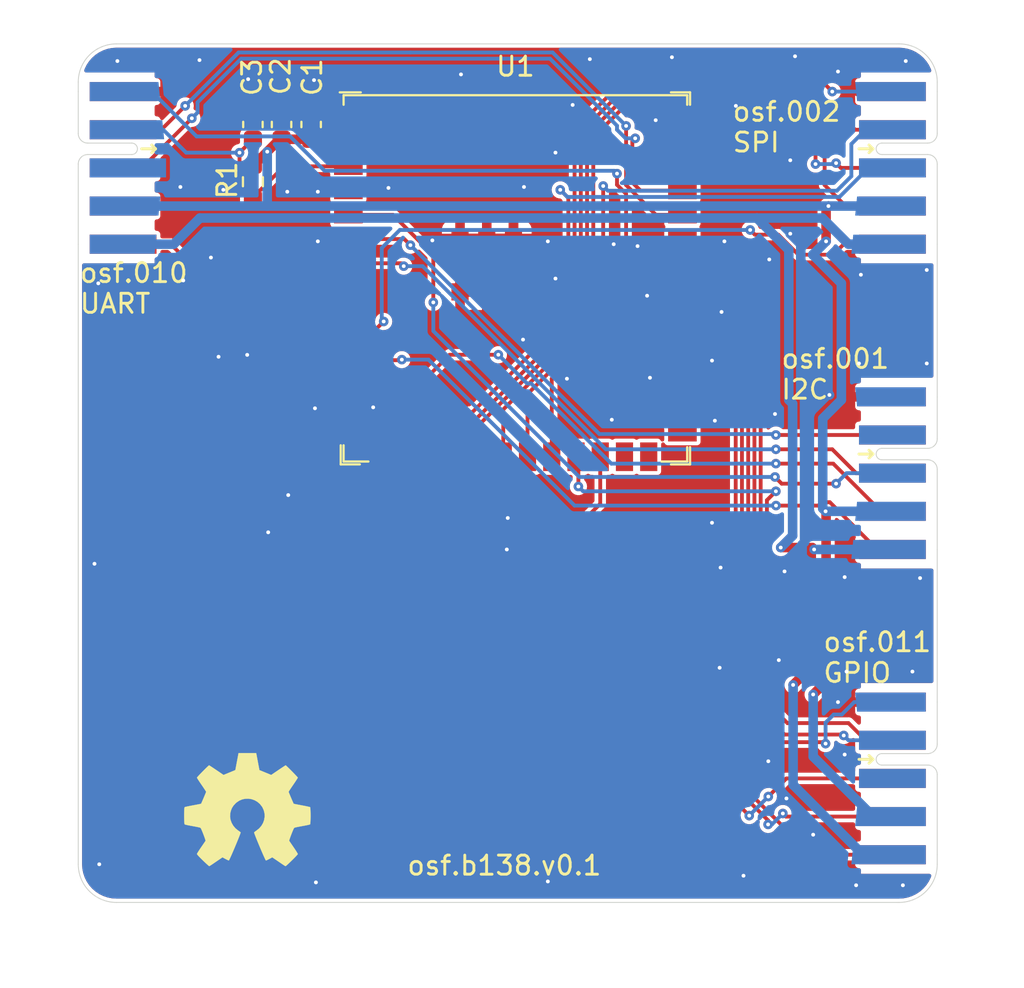
<source format=kicad_pcb>
(kicad_pcb (version 20221018) (generator pcbnew)
  (layers (0 "F.Cu" signal) (31 "B.Cu" signal) (34 "B.Paste" user) (35 "F.Paste" user) (36 "B.SilkS" user "B.Silkscreen") (37 "F.SilkS" user "F.Silkscreen") (38 "B.Mask" user) (39 "F.Mask" user) (44 "Edge.Cuts" user))
  (net 0 "")
  (net 1 "GND")
  (net 2 "/esp/SPI2_MOSI")
  (net 3 "/esp/SPI2_MISO")
  (net 4 "/esp/SPI2_SCLK")
  (net 5 "/esp/SPI2_CS")
  (net 6 "/esp/SPI2_reset")
  (net 20 "/esp/EN")
  (net 21 "/esp/U0RXD")
  (net 22 "/esp/U0TXD")
  (net 23 "/esp/I2C_SDA")
  (net 24 "/esp/I2C_SCL")
  (net 25 "/esp/I2C_CS")
  (net 26 "+3.3V")
  (net 27 "+5V")
  (net 28 "/esp/BOOT")
  (net 29 "/esp/SPI2_status")
  (net 30 "/esp/I2C_reset")
  (net 31 "/esp/IO0")
  (net 32 "/esp/IO1")
  (net 33 "/esp/IO2")
  (net 34 "/esp/IO3")
  (net 35 "/esp/IO4")
  (net 36 "/esp/IO5")
  (net 37 "/esp/SPI2_INT")
  (net 38 "/esp/I2C_INT")
  (net 39 "/esp/U0_INT")
  (net 40 "/esp/USB_D-")
  (net 41 "/esp/USB_D+")
  (footprint "on_edge:on_edge_2x05_device" (layer "F.Cu") (at 140 96.5 -90)
    (fp_text reference "J1")
    (fp_text value "010_UART")
    (fp_line (start -4 0) (end -1.8 0) (stroke (width 0.05)) (layer "Edge.Cuts"))
    (fp_line (start -1.3 -2.8) (end -1.3 -0.5) (stroke (width 0.05)) (layer "Edge.Cuts"))
    (fp_line (start -0.7 -0.5) (end -0.7 -2.8) (stroke (width 0.05)) (layer "Edge.Cuts"))
    (fp_line (start -0.2 0) (end 4 0) (stroke (width 0.05)) (layer "Edge.Cuts"))
    (fp_arc (start -1.3 -2.8) (mid -1 -3.1) (end -0.7 -2.8) (stroke (width 0.05)) (layer "Edge.Cuts"))
    (fp_arc (start -1.3 -0.5) (mid -1.446447 -0.146447) (end -1.8 0) (stroke (width 0.05)) (layer "Edge.Cuts"))
    (fp_arc (start -0.2 0) (mid -0.553553 -0.146447) (end -0.7 -0.5) (stroke (width 0.05)) (layer "Edge.Cuts"))
  )
  (footprint "Capacitor_SMD:C_0603_1608Metric" (layer "F.Cu") (at 150.65 94.225 90)
    (fp_text reference "C2")
    (fp_text value "10uF")
  )
  (footprint "Symbol:OSHW-Symbol_6.7x6mm_SilkScreen" (layer "F.Cu") (at 148.85 130.15)
    (fp_text reference "LOGO1" hide)
    (fp_text value "Logo_Open_Hardware_Small" hide)
  )
  (footprint "Capacitor_SMD:C_0603_1608Metric" (layer "F.Cu") (at 152.2 94.225 90)
    (fp_text reference "C1")
    (fp_text value "1uF")
  )
  (footprint "b138:ESP32-S3-WROOM-1U" (layer "F.Cu") (at 162.9 102.14)
    (fp_text reference "U1")
    (fp_text value "ESP32-S3-WROOM-1")
  )
  (footprint "on_edge:on_edge_2x05_host" (layer "F.Cu") (at 185 112.5 -90)
    (fp_text reference "J4")
    (fp_text value "001_I2C")
    (fp_line (start -4 0) (end -1.8 0) (stroke (width 0.05)) (layer "Edge.Cuts"))
    (fp_line (start -1.3 0.5) (end -1.3 2.9) (stroke (width 0.05)) (layer "Edge.Cuts"))
    (fp_line (start -0.7 2.9) (end -0.7 0.5) (stroke (width 0.05)) (layer "Edge.Cuts"))
    (fp_line (start -0.2 0) (end 4 0) (stroke (width 0.05)) (layer "Edge.Cuts"))
    (fp_arc (start -1.8 0) (mid -1.446447 0.146447) (end -1.3 0.5) (stroke (width 0.05)) (layer "Edge.Cuts"))
    (fp_arc (start -0.7 0.5) (mid -0.553553 0.146447) (end -0.2 0) (stroke (width 0.05)) (layer "Edge.Cuts"))
    (fp_arc (start -0.7 2.9) (mid -1 3.2) (end -1.3 2.9) (stroke (width 0.05)) (layer "Edge.Cuts"))
  )
  (footprint "Resistor_SMD:R_0603_1608Metric" (layer "F.Cu") (at 149.15 97.225 -90)
    (fp_text reference "R1")
    (fp_text value "10k")
  )
  (footprint "Capacitor_SMD:C_0603_1608Metric" (layer "F.Cu") (at 149.15 94.225 90)
    (fp_text reference "C3")
    (fp_text value "1uF")
  )
  (footprint "on_edge:on_edge_2x05_host" (layer "F.Cu") (at 185 96.5 -90)
    (fp_text reference "J2")
    (fp_text value "002_SPI")
    (fp_line (start -4 0) (end -1.8 0) (stroke (width 0.05)) (layer "Edge.Cuts"))
    (fp_line (start -1.3 0.5) (end -1.3 2.9) (stroke (width 0.05)) (layer "Edge.Cuts"))
    (fp_line (start -0.7 2.9) (end -0.7 0.5) (stroke (width 0.05)) (layer "Edge.Cuts"))
    (fp_line (start -0.2 0) (end 4 0) (stroke (width 0.05)) (layer "Edge.Cuts"))
    (fp_arc (start -1.8 0) (mid -1.446447 0.146447) (end -1.3 0.5) (stroke (width 0.05)) (layer "Edge.Cuts"))
    (fp_arc (start -0.7 0.5) (mid -0.553553 0.146447) (end -0.2 0) (stroke (width 0.05)) (layer "Edge.Cuts"))
    (fp_arc (start -0.7 2.9) (mid -1 3.2) (end -1.3 2.9) (stroke (width 0.05)) (layer "Edge.Cuts"))
  )
  (footprint "on_edge:on_edge_2x05_host" (layer "F.Cu") (at 185 128.5 -90)
    (fp_text reference "J3")
    (fp_text value "011_GPIO")
    (fp_line (start -4 0) (end -1.8 0) (stroke (width 0.05)) (layer "Edge.Cuts"))
    (fp_line (start -1.3 0.5) (end -1.3 2.9) (stroke (width 0.05)) (layer "Edge.Cuts"))
    (fp_line (start -0.7 2.9) (end -0.7 0.5) (stroke (width 0.05)) (layer "Edge.Cuts"))
    (fp_line (start -0.2 0) (end 4 0) (stroke (width 0.05)) (layer "Edge.Cuts"))
    (fp_arc (start -1.8 0) (mid -1.446447 0.146447) (end -1.3 0.5) (stroke (width 0.05)) (layer "Edge.Cuts"))
    (fp_arc (start -0.7 0.5) (mid -0.553553 0.146447) (end -0.2 0) (stroke (width 0.05)) (layer "Edge.Cuts"))
    (fp_arc (start -0.7 2.9) (mid -1 3.2) (end -1.3 2.9) (stroke (width 0.05)) (layer "Edge.Cuts"))
  )
  (gr_line (start 140 92.5) (end 140 92) (stroke (width 0.05)) (layer "Edge.Cuts"))
  (gr_line (start 185 124.5) (end 185 116.5) (stroke (width 0.05)) (layer "Edge.Cuts"))
  (gr_line (start 142 90) (end 183 90) (stroke (width 0.05)) (layer "Edge.Cuts"))
  (gr_arc (start 185 133) (mid 184.414214 134.414214) (end 183 135) (stroke (width 0.05)) (layer "Edge.Cuts"))
  (gr_line (start 185 133) (end 185 132.5) (stroke (width 0.05)) (layer "Edge.Cuts"))
  (gr_line (start 183 135) (end 142 135) (stroke (width 0.05)) (layer "Edge.Cuts"))
  (gr_arc (start 183 90) (mid 184.414214 90.585786) (end 185 92) (stroke (width 0.05)) (layer "Edge.Cuts"))
  (gr_line (start 140 133) (end 140 100.5) (stroke (width 0.05)) (layer "Edge.Cuts"))
  (gr_arc (start 142 135) (mid 140.585786 134.414214) (end 140 133) (stroke (width 0.05)) (layer "Edge.Cuts"))
  (gr_line (start 185 92.5) (end 185 92) (stroke (width 0.05)) (layer "Edge.Cuts"))
  (gr_arc (start 140 92) (mid 140.585786 90.585786) (end 142 90) (stroke (width 0.05)) (layer "Edge.Cuts"))
  (gr_line (start 185 108.5) (end 185 100.5) (stroke (width 0.05)) (layer "Edge.Cuts"))
  (gr_text "osf.011\nGPIO" (at 178.95 123.55) (layer "F.SilkS") (effects (font (size 1 1)) (justify left bottom)))
  (gr_text "osf.010\nUART" (at 140 104.2) (layer "F.SilkS") (effects (font (size 1 1)) (justify left bottom)))
  (gr_text "osf.002\nSPI" (at 174.2 95.75) (layer "F.SilkS") (effects (font (size 1 1)) (justify left bottom)))
  (gr_text "osf.b138.v0.1" (at 157.15 133.65) (layer "F.SilkS") (effects (font (size 1 1)) (justify left bottom)))
  (gr_text "osf.001\nI2C" (at 176.75 108.7) (layer "F.SilkS") (effects (font (size 1 1)) (justify left bottom)))
  (segment (start 163.35 97.5) (end 163.2 97.5) (width 0.5) (layer "F.Cu") (net 1))
  (segment (start 182.65 108.5) (end 179.45 108.5) (width 0.5) (layer "F.Cu") (net 1))
  (segment (start 146.15 92.5) (end 147.1 93.45) (width 0.5) (layer "F.Cu") (net 1))
  (segment (start 150.65 93.45) (end 149.15 93.45) (width 0.5) (layer "F.Cu") (net 1))
  (segment (start 165 95.7) (end 163.35 97.35) (width 0.5) (layer "F.Cu") (net 1))
  (segment (start 175.85 96.1) (end 173.63 93.88) (width 0.5) (layer "F.Cu") (net 1))
  (segment (start 154.15 93.88) (end 152.63 93.88) (width 0.5) (layer "F.Cu") (net 1))
  (segment (start 162.8 100.2) (end 160 100.2) (width 0.5) (layer "F.Cu") (net 1))
  (segment (start 162.8 97.9) (end 162.8 100.2) (width 0.5) (layer "F.Cu") (net 1))
  (segment (start 179.45 108.5) (end 179.35 108.4) (width 0.5) (layer "F.Cu") (net 1))
  (segment (start 154.15 93.88) (end 163.18 93.88) (width 0.5) (layer "F.Cu") (net 1))
  (segment (start 161.4 100.2) (end 161.4 103) (width 0.5) (layer "F.Cu") (net 1))
  (segment (start 177.3 99.95) (end 177.3 96.1) (width 0.5) (layer "F.Cu") (net 1))
  (segment (start 147.1 93.45) (end 149.15 93.45) (width 0.5) (layer "F.Cu") (net 1))
  (segment (start 160 100.2) (end 160 103) (width 0.5) (layer "F.Cu") (net 1))
  (segment (start 171.53 94) (end 171.65 93.88) (width 0.5) (layer "F.Cu") (net 1))
  (segment (start 163.2 97.5) (end 162.8 97.9) (width 0.5) (layer "F.Cu") (net 1))
  (segment (start 177.3 96.1) (end 175.85 96.1) (width 0.5) (layer "F.Cu") (net 1))
  (segment (start 162.8 100.2) (end 162.8 103) (width 0.5) (layer "F.Cu") (net 1))
  (segment (start 163.35 97.35) (end 163.35 97.5) (width 0.5) (layer "F.Cu") (net 1))
  (segment (start 142.35 92.5) (end 146.15 92.5) (width 0.5) (layer "F.Cu") (net 1))
  (segment (start 182.65 124.5) (end 179.8 124.5) (width 0.5) (layer "F.Cu") (net 1))
  (segment (start 170.25 94) (end 171.53 94) (width 0.5) (layer "F.Cu") (net 1))
  (segment (start 173.63 93.88) (end 171.65 93.88) (width 0.5) (layer "F.Cu") (net 1))
  (segment (start 160 101.6) (end 162.8 101.6) (width 0.5) (layer "F.Cu") (net 1))
  (segment (start 163.18 93.88) (end 165 95.7) (width 0.5) (layer "F.Cu") (net 1))
  (segment (start 160 103) (end 162.8 103) (width 0.5) (layer "F.Cu") (net 1))
  (segment (start 182.65 92.5) (end 180.85 92.5) (width 0.5) (layer "F.Cu") (net 1))
  (segment (start 152.2 93.45) (end 150.65 93.45) (width 0.5) (layer "F.Cu") (net 1))
  (segment (start 180.85 92.5) (end 179.8 91.45) (width 0.5) (layer "F.Cu") (net 1))
  (segment (start 152.63 93.88) (end 152.2 93.45) (width 0.5) (layer "F.Cu") (net 1))
  (via (at 177 117.65) (size 0.5) (drill 0.2) (layers "F.Cu" "B.Cu") (net 1))
  (via (at 184.1 118) (size 0.5) (drill 0.2) (layers "F.Cu" "B.Cu") (net 1))
  (via (at 169.95 107.5) (size 0.5) (drill 0.2) (layers "F.Cu" "B.Cu") (net 1))
  (via (at 180.75 134.1) (size 0.5) (drill 0.2) (layers "F.Cu" "B.Cu") (net 1))
  (via (at 152.35 91.9) (size 0.5) (drill 0.2) (layers "F.Cu" "B.Cu") (net 1))
  (via (at 173.7 104.05) (size 0.5) (drill 0.2) (layers "F.Cu" "B.Cu") (net 1))
  (via (at 180.15 127.25) (size 0.5) (drill 0.2) (layers "F.Cu" "B.Cu") (net 1))
  (via (at 177.55 90.65) (size 0.5) (drill 0.2) (layers "F.Cu" "B.Cu") (net 1))
  (via (at 152.55 97.75) (size 0.5) (drill 0.2) (layers "F.Cu" "B.Cu") (net 1))
  (via (at 147.35 106.4) (size 0.5) (drill 0.2) (layers "F.Cu" "B.Cu") (net 1))
  (via (at 162.5 114.85) (size 0.5) (drill 0.2) (layers "F.Cu" "B.Cu") (net 1))
  (via (at 173.85 100.35) (size 0.5) (drill 0.2) (layers "F.Cu" "B.Cu") (net 1))
  (via (at 166.8 90.8) (size 0.5) (drill 0.2) (layers "F.Cu" "B.Cu") (net 1))
  (via (at 164.6 133.9) (size 0.5) (drill 0.2) (layers "F.Cu" "B.Cu") (net 1))
  (via (at 170.25 94) (size 0.5) (drill 0.2) (layers "F.Cu" "B.Cu") (net 1))
  (via (at 177.3 96.1) (size 0.5) (drill 0.2) (layers "F.Cu" "B.Cu") (net 1))
  (via (at 158.55 100.3) (size 0.5) (drill 0.2) (layers "F.Cu" "B.Cu") (net 1))
  (via (at 177.1 129.55) (size 0.5) (drill 0.2) (layers "F.Cu" "B.Cu") (net 1))
  (via (at 183.7 122.9) (size 0.5) (drill 0.2) (layers "F.Cu" "B.Cu") (net 1))
  (via (at 141.05 102.55) (size 0.5) (drill 0.2) (layers "F.Cu" "B.Cu") (net 1))
  (via (at 174.45 93.25) (size 0.5) (drill 0.2) (layers "F.Cu" "B.Cu") (net 1))
  (via (at 165 102.3) (size 0.5) (drill 0.2) (layers "F.Cu" "B.Cu") (net 1))
  (via (at 146.35 90.85) (size 0.5) (drill 0.2) (layers "F.Cu" "B.Cu") (net 1))
  (via (at 167.95 109.7) (size 0.5) (drill 0.2) (layers "F.Cu" "B.Cu") (net 1))
  (via (at 152.4 109.1) (size 0.5) (drill 0.2) (layers "F.Cu" "B.Cu") (net 1))
  (via (at 176.7 122.3) (size 0.5) (drill 0.2) (layers "F.Cu" "B.Cu") (net 1))
  (via (at 140.85 117.25) (size 0.5) (drill 0.2) (layers "F.Cu" "B.Cu") (net 1))
  (via (at 160.05 91.6) (size 0.5) (drill 0.2) (layers "F.Cu" "B.Cu") (net 1))
  (via (at 146.95 101.2) (size 0.5) (drill 0.2) (layers "F.Cu" "B.Cu") (net 1))
  (via (at 152.45 133.95) (size 0.5) (drill 0.2) (layers "F.Cu" "B.Cu") (net 1))
  (via (at 150.95 97.75) (size 0.5) (drill 0.2) (layers "F.Cu" "B.Cu") (net 1))
  (via (at 145.35 97.5) (size 0.5) (drill 0.2) (layers "F.Cu" "B.Cu") (net 1))
  (via (at 183.2 134.1) (size 0.5) (drill 0.2) (layers "F.Cu" "B.Cu") (net 1))
  (via (at 155.45 109.05) (size 0.5) (drill 0.2) (layers "F.Cu" "B.Cu") (net 1))
  (via (at 179.8 91.45) (size 0.5) (drill 0.2) (layers "F.Cu" "B.Cu") (net 1))
  (via (at 176.15 127.6) (size 0.5) (drill 0.2) (layers "F.Cu" "B.Cu") (net 1))
  (via (at 174.85 133.6) (size 0.5) (drill 0.2) (layers "F.Cu" "B.Cu") (net 1))
  (via (at 169.3 100.6) (size 0.5) (drill 0.2) (layers "F.Cu" "B.Cu") (net 1))
  (via (at 180.25 122.9) (size 0.5) (drill 0.2) (layers "F.Cu" "B.Cu") (net 1))
  (via (at 163.35 97.5) (size 0.5) (drill 0.2) (layers "F.Cu" "B.Cu") (net 1))
  (via (at 181 102.1) (size 0.5) (drill 0.2) (layers "F.Cu" "B.Cu") (net 1))
  (via (at 149.95 115.6) (size 0.5) (drill 0.2) (layers "F.Cu" "B.Cu") (net 1))
  (via (at 184.45 106.75) (size 0.5) (drill 0.2) (layers "F.Cu" "B.Cu") (net 1))
  (via (at 151 113.65) (size 0.5) (drill 0.2) (layers "F.Cu" "B.Cu") (net 1))
  (via (at 183.35 90.9) (size 0.5) (drill 0.2) (layers "F.Cu" "B.Cu") (net 1))
  (via (at 142.05 90.9) (size 0.5) (drill 0.2) (layers "F.Cu" "B.Cu") (net 1))
  (via (at 179.35 108.4) (size 0.5) (drill 0.2) (layers "F.Cu" "B.Cu") (net 1))
  (via (at 173.2 115.1) (size 0.5) (drill 0.2) (layers "F.Cu" "B.Cu") (net 1))
  (via (at 176.5 109.4) (size 0.5) (drill 0.2) (layers "F.Cu" "B.Cu") (net 1))
  (via (at 171.1 90.7) (size 0.5) (drill 0.2) (layers "F.Cu" "B.Cu") (net 1))
  (via (at 162.45 116.5) (size 0.5) (drill 0.2) (layers "F.Cu" "B.Cu") (net 1))
  (via (at 173.2 106.6) (size 0.5) (drill 0.2) (layers "F.Cu" "B.Cu") (net 1))
  (via (at 169.8 103.2) (size 0.5) (drill 0.2) (layers "F.Cu" "B.Cu") (net 1))
  (via (at 152.55 100.35) (size 0.5) (drill 0.2) (layers "F.Cu" "B.Cu") (net 1))
  (via (at 184.45 101.85) (size 0.5) (drill 0.2) (layers "F.Cu" "B.Cu") (net 1))
  (via (at 168.05 100.5) (size 0.5) (drill 0.2) (layers "F.Cu" "B.Cu") (net 1))
  (via (at 165 95.7) (size 0.5) (drill 0.2) (layers "F.Cu" "B.Cu") (net 1))
  (via (at 179.8 124.5) (size 0.5) (drill 0.2) (layers "F.Cu" "B.Cu") (net 1))
  (via (at 163.3 105.5) (size 0.5) (drill 0.2) (layers "F.Cu" "B.Cu") (net 1))
  (via (at 173.65 117.45) (size 0.5) (drill 0.2) (layers "F.Cu" "B.Cu") (net 1))
  (via (at 180.9 106.75) (size 0.5) (drill 0.2) (layers "F.Cu" "B.Cu") (net 1))
  (via (at 147.6 97.65) (size 0.5) (drill 0.2) (layers "F.Cu" "B.Cu") (net 1))
  (via (at 178.5 131.45) (size 0.5) (drill 0.2) (layers "F.Cu" "B.Cu") (net 1))
  (via (at 165.9 93.2) (size 0.5) (drill 0.2) (layers "F.Cu" "B.Cu") (net 1))
  (via (at 177.3 99.95) (size 0.5) (drill 0.2) (layers "F.Cu" "B.Cu") (net 1))
  (via (at 164.6 100.35) (size 0.5) (drill 0.2) (layers "F.Cu" "B.Cu") (net 1))
  (via (at 173.6 122.7) (size 0.5) (drill 0.2) (layers "F.Cu" "B.Cu") (net 1))
  (via (at 176.2 101.3) (size 0.5) (drill 0.2) (layers "F.Cu" "B.Cu") (net 1))
  (via (at 145.5 102.4) (size 0.5) (drill 0.2) (layers "F.Cu" "B.Cu") (net 1))
  (via (at 173.35 109.75) (size 0.5) (drill 0.2) (layers "F.Cu" "B.Cu") (net 1))
  (via (at 148.9 91.85) (size 0.5) (drill 0.2) (layers "F.Cu" "B.Cu") (net 1))
  (via (at 156.25 97.55) (size 0.5) (drill 0.2) (layers "F.Cu" "B.Cu") (net 1))
  (via (at 165.6 107.55) (size 0.5) (drill 0.2) (layers "F.Cu" "B.Cu") (net 1))
  (via (at 180.15 117.95) (size 0.5) (drill 0.2) (layers "F.Cu" "B.Cu") (net 1))
  (via (at 148.85 106.3) (size 0.5) (drill 0.2) (layers "F.Cu" "B.Cu") (net 1))
  (via (at 141.1 133) (size 0.5) (drill 0.2) (layers "F.Cu" "B.Cu") (net 1))
  (segment (start 169.5 95.7) (end 170.15 95.05) (width 0.5) (layer "B.Cu") (net 1))
  (segment (start 178.05 108.4) (end 178.05 116.113288) (width 0.5) (layer "B.Cu") (net 1))
  (segment (start 177.3 96.1) (end 177.3 91.5) (width 0.5) (layer "B.Cu") (net 1))
  (segment (start 177.923 116.240288) (end 177.923 122.623) (width 0.5) (layer "B.Cu") (net 1))
  (segment (start 177.923 122.623) (end 179.8 124.5) (width 0.5) (layer "B.Cu") (net 1))
  (segment (start 170.15 95.05) (end 170.25 94.95) (width 0.5) (layer "B.Cu") (net 1))
  (segment (start 178.05 116.113288) (end 177.923 116.240288) (width 0.5) (layer "B.Cu") (net 1))
  (segment (start 179.35 108.4) (end 178.05 108.4) (width 0.5) (layer "B.Cu") (net 1))
  (segment (start 177.25 91.45) (end 172.8 91.45) (width 0.5) (layer "B.Cu") (net 1))
  (segment (start 170.25 94.95) (end 170.25 94) (width 0.5) (layer "B.Cu") (net 1))
  (segment (start 179.35 108.4) (end 177.85 108.4) (width 0.5) (layer "B.Cu") (net 1))
  (segment (start 172.8 91.45) (end 170.25 94) (width 0.5) (layer "B.Cu") (net 1))
  (segment (start 165 95.7) (end 169.5 95.7) (width 0.5) (layer "B.Cu") (net 1))
  (segment (start 177.85 100.5) (end 177.3 99.95) (width 0.5) (layer "B.Cu") (net 1))
  (segment (start 177.85 108.4) (end 177.85 100.5) (width 0.5) (layer "B.Cu") (net 1))
  (segment (start 179.8 91.45) (end 177.25 91.45) (width 0.5) (layer "B.Cu") (net 1))
  (segment (start 177.3 91.5) (end 177.25 91.45) (width 0.5) (layer "B.Cu") (net 1))
  (segment (start 166.327 94.635448) (end 169.135448 91.827) (width 0.2) (layer "F.Cu") (net 2))
  (segment (start 169.135448 91.827) (end 178.027 91.827) (width 0.2) (layer "F.Cu") (net 2))
  (segment (start 160.995 109.967448) (end 166.327 104.635448) (width 0.2) (layer "F.Cu") (net 2))
  (segment (start 166.327 104.635448) (end 166.327 94.635448) (width 0.2) (layer "F.Cu") (net 2))
  (segment (start 160.995 111.64) (end 160.995 109.967448) (width 0.2) (layer "F.Cu") (net 2))
  (segment (start 180.7 94.5) (end 182.65 94.5) (width 0.2) (layer "F.Cu") (net 2))
  (segment (start 178.027 91.827) (end 180.7 94.5) (width 0.2) (layer "F.Cu") (net 2))
  (segment (start 163.535 111.64) (end 163.535 108.352344) (width 0.2) (layer "F.Cu") (net 3))
  (segment (start 171.4 92.481) (end 177.756104 92.481) (width 0.2) (layer "F.Cu") (net 3))
  (segment (start 166.981 94.906344) (end 168.468672 93.418672) (width 0.2) (layer "F.Cu") (net 3))
  (segment (start 178.6235 93.348396) (end 178.6235 96.3) (width 0.2) (layer "F.Cu") (net 3))
  (segment (start 179.7 96.25) (end 179.95 96.5) (width 0.2) (layer "F.Cu") (net 3))
  (segment (start 168.468672 93.418672) (end 169.406344 92.481) (width 0.2) (layer "F.Cu") (net 3))
  (segment (start 177.756104 92.481) (end 178.387552 93.112448) (width 0.2) (layer "F.Cu") (net 3))
  (segment (start 179.95 96.5) (end 182.65 96.5) (width 0.2) (layer "F.Cu") (net 3))
  (segment (start 163.535 108.352344) (end 163.968672 107.918672) (width 0.2) (layer "F.Cu") (net 3))
  (segment (start 178.387552 93.112448) (end 178.6235 93.348396) (width 0.2) (layer "F.Cu") (net 3))
  (segment (start 163.968672 107.918672) (end 166.981 104.906344) (width 0.2) (layer "F.Cu") (net 3))
  (segment (start 166.981 104.906344) (end 166.981 103.1) (width 0.2) (layer "F.Cu") (net 3))
  (segment (start 166.981 103.1) (end 166.981 94.906344) (width 0.2) (layer "F.Cu") (net 3))
  (segment (start 169.406344 92.481) (end 171.4 92.481) (width 0.2) (layer "F.Cu") (net 3))
  (via (at 179.7 96.25) (size 0.5) (drill 0.2) (layers "F.Cu" "B.Cu") (net 3))
  (via (at 178.6235 96.3) (size 0.5) (drill 0.2) (layers "F.Cu" "B.Cu") (net 3))
  (segment (start 178.6235 96.3) (end 179.65 96.3) (width 0.2) (layer "B.Cu") (net 3))
  (segment (start 179.65 96.3) (end 179.7 96.25) (width 0.2) (layer "B.Cu") (net 3))
  (segment (start 179.1 93.362448) (end 179.1 97.4) (width 0.2) (layer "F.Cu") (net 4))
  (segment (start 177.891552 92.154) (end 179.1 93.362448) (width 0.2) (layer "F.Cu") (net 4))
  (segment (start 180.2 98.5) (end 182.65 98.5) (width 0.2) (layer "F.Cu") (net 4))
  (segment (start 162.265 109.159896) (end 166.654 104.770896) (width 0.2) (layer "F.Cu") (net 4))
  (segment (start 179.1 97.4) (end 180.2 98.5) (width 0.2) (layer "F.Cu") (net 4))
  (segment (start 166.654 94.770896) (end 169.270896 92.154) (width 0.2) (layer "F.Cu") (net 4))
  (segment (start 169.270896 92.154) (end 177.891552 92.154) (width 0.2) (layer "F.Cu") (net 4))
  (segment (start 166.654 104.770896) (end 166.654 94.770896) (width 0.2) (layer "F.Cu") (net 4))
  (segment (start 162.265 111.64) (end 162.265 109.159896) (width 0.2) (layer "F.Cu") (net 4))
  (segment (start 165 105.5) (end 166 104.5) (width 0.2) (layer "F.Cu") (net 5))
  (segment (start 159.725 111.64) (end 159.725 110.775) (width 0.2) (layer "F.Cu") (net 5))
  (segment (start 169 91.5) (end 178.5 91.5) (width 0.2) (layer "F.Cu") (net 5))
  (segment (start 178.5 91.5) (end 179.5 92.5) (width 0.2) (layer "F.Cu") (net 5))
  (segment (start 166 104.5) (end 166 98) (width 0.2) (layer "F.Cu") (net 5))
  (segment (start 166 98) (end 166 94.5) (width 0.2) (layer "F.Cu") (net 5))
  (segment (start 159.725 110.775) (end 165 105.5) (width 0.2) (layer "F.Cu") (net 5))
  (segment (start 166 94.5) (end 169 91.5) (width 0.2) (layer "F.Cu") (net 5))
  (via (at 179.5 92.5) (size 0.5) (drill 0.2) (layers "F.Cu" "B.Cu") (net 5))
  (segment (start 179.5 92.5) (end 182.6 92.5) (width 0.2) (layer "B.Cu") (net 5))
  (segment (start 165.673 98.1) (end 165.673 98.073) (width 0.2) (layer "F.Cu") (net 6))
  (segment (start 165.673 104.277) (end 165.673 103.8) (width 0.2) (layer "F.Cu") (net 6))
  (segment (start 165.673 98.073) (end 165.25 97.65) (width 0.2) (layer "F.Cu") (net 6))
  (segment (start 158.455 111.34) (end 160.495 109.3) (width 0.2) (layer "F.Cu") (net 6))
  (segment (start 158.455 111.64) (end 158.455 111.34) (width 0.2) (layer "F.Cu") (net 6))
  (segment (start 165.673 103.8) (end 165.673 98.1) (width 0.2) (layer "F.Cu") (net 6))
  (segment (start 160.495 109.3) (end 160.65 109.3) (width 0.2) (layer "F.Cu") (net 6))
  (segment (start 160.65 109.3) (end 165.673 104.277) (width 0.2) (layer "F.Cu") (net 6))
  (via (at 165.25 97.65) (size 0.5) (drill 0.2) (layers "F.Cu" "B.Cu") (net 6))
  (segment (start 165.623 98.023) (end 179.877 98.023) (width 0.2) (layer "B.Cu") (net 6))
  (segment (start 179.877 98.023) (end 181.4 96.5) (width 0.2) (layer "B.Cu") (net 6))
  (segment (start 181.4 96.5) (end 182.65 96.5) (width 0.2) (layer "B.Cu") (net 6))
  (segment (start 165.25 97.65) (end 165.623 98.023) (width 0.2) (layer "B.Cu") (net 6))
  (segment (start 148.448 97.348) (end 149.15 98.05) (width 0.2) (layer "F.Cu") (net 20))
  (segment (start 150.78 96.42) (end 149.15 98.05) (width 0.2) (layer "F.Cu") (net 20))
  (segment (start 149.15 95) (end 148.448 95.702) (width 0.2) (layer "F.Cu") (net 20))
  (segment (start 148.448 95.702) (end 148.448 97.348) (width 0.2) (layer "F.Cu") (net 20))
  (segment (start 154.15 96.42) (end 150.78 96.42) (width 0.2) (layer "F.Cu") (net 20))
  (via (at 148.448 95.702) (size 0.5) (drill 0.2) (layers "F.Cu" "B.Cu") (net 20))
  (segment (start 145.652 95.702) (end 148.448 95.702) (width 0.2) (layer "B.Cu") (net 20))
  (segment (start 142.1 94.5) (end 144.45 94.5) (width 0.2) (layer "B.Cu") (net 20))
  (segment (start 144.45 94.5) (end 145.652 95.702) (width 0.2) (layer "B.Cu") (net 20))
  (segment (start 142.35 94.5) (end 144.35 94.5) (width 0.2) (layer "F.Cu") (net 21))
  (segment (start 170.26 98.96) (end 171.65 98.96) (width 0.2) (layer "F.Cu") (net 21))
  (segment (start 168.7 94.3) (end 168.7 97.4) (width 0.2) (layer "F.Cu") (net 21))
  (segment (start 168.7 97.4) (end 170.26 98.96) (width 0.2) (layer "F.Cu") (net 21))
  (segment (start 144.35 94.5) (end 145.6 93.25) (width 0.2) (layer "F.Cu") (net 21))
  (via (at 168.7 94.3) (size 0.5) (drill 0.2) (layers "F.Cu" "B.Cu") (net 21))
  (via (at 145.6 93.25) (size 0.5) (drill 0.2) (layers "F.Cu" "B.Cu") (net 21))
  (segment (start 145.6 93.25) (end 148.4 90.45) (width 0.2) (layer "B.Cu") (net 21))
  (segment (start 148.4 90.45) (end 157.4 90.45) (width 0.2) (layer "B.Cu") (net 21))
  (segment (start 157.4 90.45) (end 164.85 90.45) (width 0.2) (layer "B.Cu") (net 21))
  (segment (start 164.85 90.45) (end 168.7 94.3) (width 0.2) (layer "B.Cu") (net 21))
  (segment (start 171.65 97.69) (end 169.452448 97.69) (width 0.2) (layer "F.Cu") (net 22))
  (segment (start 145.95 93.9) (end 143.35 96.5) (width 0.2) (layer "F.Cu") (net 22))
  (segment (start 143.35 96.5) (end 142.35 96.5) (width 0.2) (layer "F.Cu") (net 22))
  (segment (start 169.027 95.0995) (end 169.1765 94.95) (width 0.2) (layer "F.Cu") (net 22))
  (segment (start 169.027 95.5) (end 169.027 95.0995) (width 0.2) (layer "F.Cu") (net 22))
  (segment (start 169.452448 97.69) (end 169.031224 97.268776) (width 0.2) (layer "F.Cu") (net 22))
  (segment (start 169.027 97.264552) (end 169.027 95.5) (width 0.2) (layer "F.Cu") (net 22))
  (segment (start 169.031224 97.268776) (end 169.027 97.264552) (width 0.2) (layer "F.Cu") (net 22))
  (via (at 169.1765 94.95) (size 0.5) (drill 0.2) (layers "F.Cu" "B.Cu") (net 22))
  (via (at 145.95 93.9) (size 0.5) (drill 0.2) (layers "F.Cu" "B.Cu") (net 22))
  (segment (start 146.25 93.5) (end 146.25 93.6) (width 0.2) (layer "B.Cu") (net 22))
  (segment (start 161.45 90.777) (end 148.535448 90.777) (width 0.2) (layer "B.Cu") (net 22))
  (segment (start 148.535448 90.777) (end 146.906224 92.406224) (width 0.2) (layer "B.Cu") (net 22))
  (segment (start 168.223 94.285448) (end 168.018776 94.081224) (width 0.2) (layer "B.Cu") (net 22))
  (segment (start 168.018776 94.081224) (end 164.714552 90.777) (width 0.2) (layer "B.Cu") (net 22))
  (segment (start 146.25 93.062448) (end 146.25 93.5) (width 0.2) (layer "B.Cu") (net 22))
  (segment (start 146.25 93.6) (end 145.95 93.9) (width 0.2) (layer "B.Cu") (net 22))
  (segment (start 168.67542 94.95) (end 168.223 94.49758) (width 0.2) (layer "B.Cu") (net 22))
  (segment (start 146.906224 92.406224) (end 146.25 93.062448) (width 0.2) (layer "B.Cu") (net 22))
  (segment (start 164.714552 90.777) (end 161.45 90.777) (width 0.2) (layer "B.Cu") (net 22))
  (segment (start 168.223 94.49758) (end 168.223 94.285448) (width 0.2) (layer "B.Cu") (net 22))
  (segment (start 169.1765 94.95) (end 168.67542 94.95) (width 0.2) (layer "B.Cu") (net 22))
  (segment (start 157.4 100.55) (end 157.08 100.23) (width 0.2) (layer "F.Cu") (net 23))
  (segment (start 157.08 100.23) (end 154.15 100.23) (width 0.2) (layer "F.Cu") (net 23))
  (segment (start 176.5465 110.5) (end 182.65 110.5) (width 0.2) (layer "F.Cu") (net 23))
  (via (at 176.5465 110.5) (size 0.5) (drill 0.2) (layers "F.Cu" "B.Cu") (net 23))
  (via (at 157.4 100.55) (size 0.5) (drill 0.2) (layers "F.Cu" "B.Cu") (net 23))
  (segment (start 176.4965 110.45) (end 167.3 110.45) (width 0.2) (layer "B.Cu") (net 23))
  (segment (start 176.5465 110.5) (end 176.4965 110.45) (width 0.2) (layer "B.Cu") (net 23))
  (segment (start 167.3 110.45) (end 157.4 100.55) (width 0.2) (layer "B.Cu") (net 23))
  (segment (start 180.75 112.5) (end 182.65 112.5) (width 0.2) (layer "F.Cu") (net 24))
  (segment (start 179.5 111.25) (end 180.75 112.5) (width 0.2) (layer "F.Cu") (net 24))
  (segment (start 176.5465 111.25) (end 179.5 111.25) (width 0.2) (layer "F.Cu") (net 24))
  (segment (start 156.9 101.5) (end 157.05 101.65) (width 0.2) (layer "F.Cu") (net 24))
  (segment (start 154.15 101.5) (end 156.9 101.5) (width 0.2) (layer "F.Cu") (net 24))
  (via (at 176.5465 111.25) (size 0.5) (drill 0.2) (layers "F.Cu" "B.Cu") (net 24))
  (via (at 157.05 101.65) (size 0.5) (drill 0.2) (layers "F.Cu" "B.Cu") (net 24))
  (segment (start 158.037552 101.65) (end 157.05 101.65) (width 0.2) (layer "B.Cu") (net 24))
  (segment (start 167.637552 111.25) (end 158.037552 101.65) (width 0.2) (layer "B.Cu") (net 24))
  (segment (start 176.5465 111.25) (end 167.637552 111.25) (width 0.2) (layer "B.Cu") (net 24))
  (segment (start 179.55 112) (end 182.05 114.5) (width 0.2) (layer "F.Cu") (net 25))
  (segment (start 157.9 107.85) (end 154.15 107.85) (width 0.2) (layer "F.Cu") (net 25))
  (segment (start 159.456839 106.293161) (end 157.9 107.85) (width 0.2) (layer "F.Cu") (net 25))
  (segment (start 176.5465 112) (end 179.55 112) (width 0.2) (layer "F.Cu") (net 25))
  (segment (start 182.05 114.5) (end 182.65 114.5) (width 0.2) (layer "F.Cu") (net 25))
  (segment (start 162.006839 106.293161) (end 159.456839 106.293161) (width 0.2) (layer "F.Cu") (net 25))
  (via (at 176.5465 112) (size 0.5) (drill 0.2) (layers "F.Cu" "B.Cu") (net 25))
  (via (at 162.006839 106.293161) (size 0.5) (drill 0.2) (layers "F.Cu" "B.Cu") (net 25))
  (segment (start 162.006839 106.293161) (end 163.513678 107.8) (width 0.2) (layer "B.Cu") (net 25))
  (segment (start 163.725104 107.8) (end 167.925104 112) (width 0.2) (layer "B.Cu") (net 25))
  (segment (start 167.925104 112) (end 176.5465 112) (width 0.2) (layer "B.Cu") (net 25))
  (segment (start 163.513678 107.8) (end 163.725104 107.8) (width 0.2) (layer "B.Cu") (net 25))
  (segment (start 179.15 114.5) (end 179.177 114.527) (width 0.5) (layer "F.Cu") (net 26))
  (segment (start 179.177 114.527) (end 179.177 123.423) (width 0.5) (layer "F.Cu") (net 26))
  (segment (start 150.65 95) (end 150.55 95) (width 0.5) (layer "F.Cu") (net 26))
  (segment (start 179.177 98.623) (end 179.177 100.35) (width 0.5) (layer "F.Cu") (net 26))
  (segment (start 179.177 98.623) (end 179.3 98.5) (width 0.5) (layer "F.Cu") (net 26))
  (segment (start 150.55 95) (end 149.15 96.4) (width 0.5) (layer "F.Cu") (net 26))
  (segment (start 154.15 95.15) (end 152.35 95.15) (width 0.5) (layer "F.Cu") (net 26))
  (segment (start 152.35 95.15) (end 152.2 95) (width 0.5) (layer "F.Cu") (net 26))
  (segment (start 179.177 123.423) (end 178.5 124.1) (width 0.5) (layer "F.Cu") (net 26))
  (segment (start 150.65 95) (end 152.2 95) (width 0.5) (layer "F.Cu") (net 26))
  (via (at 179.15 114.5) (size 0.5) (drill 0.2) (layers "F.Cu" "B.Cu") (net 26))
  (via (at 179.3 98.5) (size 0.5) (drill 0.2) (layers "F.Cu" "B.Cu") (net 26))
  (via (at 149.9 95.65) (size 0.5) (drill 0.2) (layers "F.Cu" "B.Cu") (net 26))
  (via (at 179.177 100.35) (size 0.5) (drill 0.2) (layers "F.Cu" "B.Cu") (net 26))
  (via (at 178.5 124.1) (size 0.5) (drill 0.2) (layers "F.Cu" "B.Cu") (net 26))
  (segment (start 179.977 108.659712) (end 179.977 102.55) (width 0.5) (layer "B.Cu") (net 26))
  (segment (start 179.15 114.5) (end 179 114.35) (width 0.5) (layer "B.Cu") (net 26))
  (segment (start 179.15 114.5) (end 182.6 114.5) (width 0.5) (layer "B.Cu") (net 26))
  (segment (start 178.5 127.354) (end 181.646 130.5) (width 0.5) (layer "B.Cu") (net 26))
  (segment (start 179 109.636712) (end 179.977 108.659712) (width 0.5) (layer "B.Cu") (net 26))
  (segment (start 142.4 98.5) (end 149.9 98.5) (width 0.5) (layer "B.Cu") (net 26))
  (segment (start 179 114.35) (end 179 109.636712) (width 0.5) (layer "B.Cu") (net 26))
  (segment (start 179.977 102.55) (end 178.477 101.05) (width 0.5) (layer "B.Cu") (net 26))
  (segment (start 149.9 98.5) (end 179.3 98.5) (width 0.5) (layer "B.Cu") (net 26))
  (segment (start 149.9 95.65) (end 149.9 98.5) (width 0.5) (layer "B.Cu") (net 26))
  (segment (start 181.646 130.5) (end 182.6 130.5) (width 0.5) (layer "B.Cu") (net 26))
  (segment (start 178.5 124.1) (end 178.5 127.354) (width 0.5) (layer "B.Cu") (net 26))
  (segment (start 178.477 101.05) (end 179.177 100.35) (width 0.5) (layer "B.Cu") (net 26))
  (segment (start 179.3 98.5) (end 182.6 98.5) (width 0.5) (layer "B.Cu") (net 26))
  (segment (start 176.8 116.4) (end 178.45 116.4) (width 0.5) (layer "F.Cu") (net 27))
  (segment (start 177.45 123.6) (end 178.4 122.65) (width 0.5) (layer "F.Cu") (net 27))
  (segment (start 178.4 116.65) (end 178.55 116.5) (width 0.5) (layer "F.Cu") (net 27))
  (segment (start 178.4 122.65) (end 178.4 116.65) (width 0.5) (layer "F.Cu") (net 27))
  (segment (start 178.45 116.4) (end 178.55 116.5) (width 0.5) (layer "F.Cu") (net 27))
  (via (at 178.55 116.5) (size 0.5) (drill 0.2) (layers "F.Cu" "B.Cu") (net 27))
  (via (at 176.8 116.4) (size 0.5) (drill 0.2) (layers "F.Cu" "B.Cu") (net 27))
  (via (at 177.45 123.6) (size 0.5) (drill 0.2) (layers "F.Cu" "B.Cu") (net 27))
  (segment (start 175.55 99.127) (end 146.373 99.127) (width 0.5) (layer "B.Cu") (net 27))
  (segment (start 182.5 132.5) (end 181.113288 132.5) (width 0.5) (layer "B.Cu") (net 27))
  (segment (start 178.977 99.127) (end 178.4 99.127) (width 0.5) (layer "B.Cu") (net 27))
  (segment (start 177.223 108.659712) (end 177.423 108.859712) (width 0.5) (layer "B.Cu") (net 27))
  (segment (start 178.4 99.127) (end 175.55 99.127) (width 0.5) (layer "B.Cu") (net 27))
  (segment (start 180.35 100.5) (end 178.977 99.127) (width 0.5) (layer "B.Cu") (net 27))
  (segment (start 177.45 128.836712) (end 177.45 123.6) (width 0.5) (layer "B.Cu") (net 27))
  (segment (start 145 100.5) (end 142.3 100.5) (width 0.5) (layer "B.Cu") (net 27))
  (segment (start 182.5 100.5) (end 180.35 100.5) (width 0.5) (layer "B.Cu") (net 27))
  (segment (start 177.423 108.859712) (end 177.423 115.777) (width 0.5) (layer "B.Cu") (net 27))
  (segment (start 146.373 99.127) (end 145 100.5) (width 0.5) (layer "B.Cu") (net 27))
  (segment (start 177.423 115.777) (end 176.8 116.4) (width 0.5) (layer "B.Cu") (net 27))
  (segment (start 175.55 99.127) (end 177.223 100.8) (width 0.5) (layer "B.Cu") (net 27))
  (segment (start 181.113288 132.5) (end 177.45 128.836712) (width 0.5) (layer "B.Cu") (net 27))
  (segment (start 177.223 100.8) (end 177.223 108.659712) (width 0.5) (layer "B.Cu") (net 27))
  (segment (start 182.5 116.5) (end 178.55 116.5) (width 0.5) (layer "B.Cu") (net 27))
  (segment (start 168.7 97.862448) (end 168.7 107.74) (width 0.2) (layer "F.Cu") (net 28))
  (segment (start 168.2235 97.385948) (end 168.7 97.862448) (width 0.2) (layer "F.Cu") (net 28))
  (segment (start 168.7 107.74) (end 171.35 110.39) (width 0.2) (layer "F.Cu") (net 28))
  (segment (start 171.35 110.39) (end 171.65 110.39) (width 0.2) (layer "F.Cu") (net 28))
  (segment (start 168.2235 96.8) (end 168.2235 97.385948) (width 0.2) (layer "F.Cu") (net 28))
  (via (at 168.2235 96.8) (size 0.5) (drill 0.2) (layers "F.Cu" "B.Cu") (net 28))
  (segment (start 146.2 94.85) (end 143.85 92.5) (width 0.2) (layer "B.Cu") (net 28))
  (segment (start 168.0735 96.65) (end 152.9 96.65) (width 0.2) (layer "B.Cu") (net 28))
  (segment (start 152.9 96.65) (end 151.1 94.85) (width 0.2) (layer "B.Cu") (net 28))
  (segment (start 168.2235 96.8) (end 168.0735 96.65) (width 0.2) (layer "B.Cu") (net 28))
  (segment (start 151.1 94.85) (end 146.2 94.85) (width 0.2) (layer "B.Cu") (net 28))
  (segment (start 143.85 92.5) (end 142.4 92.5) (width 0.2) (layer "B.Cu") (net 28))
  (segment (start 167.5 104.849792) (end 164.805 107.544792) (width 0.2) (layer "F.Cu") (net 29))
  (segment (start 164.805 107.544792) (end 164.805 111.64) (width 0.2) (layer "F.Cu") (net 29))
  (segment (start 167.5 97.45) (end 167.5 104.849792) (width 0.2) (layer "F.Cu") (net 29))
  (via (at 167.5 97.45) (size 0.5) (drill 0.2) (layers "F.Cu" "B.Cu") (net 29))
  (segment (start 174.504 97.696) (end 167.746 97.696) (width 0.2) (layer "B.Cu") (net 29))
  (segment (start 179.993776 97.443776) (end 179.741552 97.696) (width 0.2) (layer "B.Cu") (net 29))
  (segment (start 182.65 94.5) (end 181.25 94.5) (width 0.2) (layer "B.Cu") (net 29))
  (segment (start 179.741552 97.696) (end 174.504 97.696) (width 0.2) (layer "B.Cu") (net 29))
  (segment (start 180.5 95.25) (end 180.5 96.937552) (width 0.2) (layer "B.Cu") (net 29))
  (segment (start 180.5 96.937552) (end 179.993776 97.443776) (width 0.2) (layer "B.Cu") (net 29))
  (segment (start 181.25 94.5) (end 180.5 95.25) (width 0.2) (layer "B.Cu") (net 29))
  (segment (start 167.746 97.696) (end 167.5 97.45) (width 0.2) (layer "B.Cu") (net 29))
  (segment (start 156.48458 98.96) (end 154.15 98.96) (width 0.2) (layer "F.Cu") (net 30))
  (segment (start 179.7 113.05) (end 176.85 113.05) (width 0.2) (layer "F.Cu") (net 30))
  (segment (start 158.6 101.07542) (end 156.48458 98.96) (width 0.2) (layer "F.Cu") (net 30))
  (segment (start 158.6 103.55) (end 158.6 101.07542) (width 0.2) (layer "F.Cu") (net 30))
  (segment (start 176.85 113.05) (end 176.5 112.7) (width 0.2) (layer "F.Cu") (net 30))
  (via (at 176.5 112.7) (size 0.5) (drill 0.2) (layers "F.Cu" "B.Cu") (net 30))
  (via (at 179.7 113.05) (size 0.5) (drill 0.2) (layers "F.Cu" "B.Cu") (net 30))
  (via (at 158.6 103.55) (size 0.5) (drill 0.2) (layers "F.Cu" "B.Cu") (net 30))
  (segment (start 166.25 112.7) (end 160.15 106.6) (width 0.2) (layer "B.Cu") (net 30))
  (segment (start 158.6 105.05) (end 158.6 103.55) (width 0.2) (layer "B.Cu") (net 30))
  (segment (start 182.65 112.5) (end 180.25 112.5) (width 0.2) (layer "B.Cu") (net 30))
  (segment (start 176.5 112.7) (end 166.25 112.7) (width 0.2) (layer "B.Cu") (net 30))
  (segment (start 160.15 106.6) (end 158.6 105.05) (width 0.2) (layer "B.Cu") (net 30))
  (segment (start 180.25 112.5) (end 179.7 113.05) (width 0.2) (layer "B.Cu") (net 30))
  (segment (start 176.077 113.9195) (end 176.5465 113.45) (width 0.2) (layer "F.Cu") (net 31))
  (segment (start 166.2 111.765) (end 166.075 111.64) (width 0.2) (layer "F.Cu") (net 31))
  (segment (start 180.35 125.6) (end 177.15 125.6) (width 0.2) (layer "F.Cu") (net 31))
  (segment (start 182.65 126.5) (end 181.25 126.5) (width 0.2) (layer "F.Cu") (net 31))
  (segment (start 176.077 124.527) (end 176.077 122.75) (width 0.2) (layer "F.Cu") (net 31))
  (segment (start 177.15 125.6) (end 176.077 124.527) (width 0.2) (layer "F.Cu") (net 31))
  (segment (start 166.2 113.2) (end 166.2 111.765) (width 0.2) (layer "F.Cu") (net 31))
  (segment (start 181.25 126.5) (end 180.35 125.6) (width 0.2) (layer "F.Cu") (net 31))
  (segment (start 176.077 122.75) (end 176.077 113.9195) (width 0.2) (layer "F.Cu") (net 31))
  (via (at 166.2 113.2) (size 0.5) (drill 0.2) (layers "F.Cu" "B.Cu") (net 31))
  (via (at 176.5465 113.45) (size 0.5) (drill 0.2) (layers "F.Cu" "B.Cu") (net 31))
  (segment (start 176.5465 113.45) (end 166.45 113.45) (width 0.2) (layer "B.Cu") (net 31))
  (segment (start 166.45 113.45) (end 166.2 113.2) (width 0.2) (layer "B.Cu") (net 31))
  (segment (start 182.65 128.5) (end 177.1 128.5) (width 0.2) (layer "F.Cu") (net 32))
  (segment (start 175.15 130.45) (end 174.442 129.742) (width 0.2) (layer "F.Cu") (net 32))
  (segment (start 174.442 106.742) (end 173.01 105.31) (width 0.2) (layer "F.Cu") (net 32))
  (segment (start 173.01 105.31) (end 171.65 105.31) (width 0.2) (layer "F.Cu") (net 32))
  (segment (start 174.442 129.742) (end 174.442 106.742) (width 0.2) (layer "F.Cu") (net 32))
  (segment (start 177.1 128.5) (end 176.15 129.45) (width 0.2) (layer "F.Cu") (net 32))
  (via (at 176.15 129.45) (size 0.5) (drill 0.2) (layers "F.Cu" "B.Cu") (net 32))
  (via (at 175.15 130.45) (size 0.5) (drill 0.2) (layers "F.Cu" "B.Cu") (net 32))
  (segment (start 176.15 129.45) (end 175.15 130.45) (width 0.2) (layer "B.Cu") (net 32))
  (segment (start 174.769 129.331448) (end 176.138063 130.700511) (width 0.2) (layer "F.Cu") (net 33))
  (segment (start 174.769 106.606552) (end 174.769 129.331448) (width 0.2) (layer "F.Cu") (net 33))
  (segment (start 176.911937 130.338063) (end 177.073874 130.5) (width 0.2) (layer "F.Cu") (net 33))
  (segment (start 171.65 104.04) (end 172.202448 104.04) (width 0.2) (layer "F.Cu") (net 33))
  (segment (start 177.073874 130.5) (end 182.65 130.5) (width 0.2) (layer "F.Cu") (net 33))
  (segment (start 172.202448 104.04) (end 174.769 106.606552) (width 0.2) (layer "F.Cu") (net 33))
  (segment (start 176.138063 130.700511) (end 176.138063 130.911937) (width 0.2) (layer "F.Cu") (net 33))
  (via (at 176.138063 130.911937) (size 0.5) (drill 0.2) (layers "F.Cu" "B.Cu") (net 33))
  (via (at 176.911937 130.338063) (size 0.5) (drill 0.2) (layers "F.Cu" "B.Cu") (net 33))
  (segment (start 176.338063 130.911937) (end 176.911937 130.338063) (width 0.2) (layer "B.Cu") (net 33))
  (segment (start 176.138063 130.911937) (end 176.338063 130.911937) (width 0.2) (layer "B.Cu") (net 33))
  (segment (start 175.096 104.220896) (end 175.096 129.196) (width 0.2) (layer "F.Cu") (net 34))
  (segment (start 173.645104 102.77) (end 175.096 104.220896) (width 0.2) (layer "F.Cu") (net 34))
  (segment (start 178.4 132.5) (end 182.65 132.5) (width 0.2) (layer "F.Cu") (net 34))
  (segment (start 171.65 102.77) (end 173.645104 102.77) (width 0.2) (layer "F.Cu") (net 34))
  (segment (start 175.096 129.196) (end 178.4 132.5) (width 0.2) (layer "F.Cu") (net 34))
  (segment (start 175.423 104.085448) (end 175.423 125.085448) (width 0.2) (layer "F.Cu") (net 35))
  (segment (start 171.65 101.5) (end 172.837552 101.5) (width 0.2) (layer "F.Cu") (net 35))
  (segment (start 179.0735 126.6) (end 179.15 126.6765) (width 0.2) (layer "F.Cu") (net 35))
  (segment (start 176.937552 126.6) (end 179.0735 126.6) (width 0.2) (layer "F.Cu") (net 35))
  (segment (start 172.837552 101.5) (end 175.423 104.085448) (width 0.2) (layer "F.Cu") (net 35))
  (segment (start 175.423 125.085448) (end 176.937552 126.6) (width 0.2) (layer "F.Cu") (net 35))
  (via (at 179.15 126.6765) (size 0.5) (drill 0.2) (layers "F.Cu" "B.Cu") (net 35))
  (segment (start 179.15 126.6765) (end 179.15 125.577) (width 0.2) (layer "B.Cu") (net 35))
  (segment (start 179.15 125.577) (end 179.577 125.15) (width 0.2) (layer "B.Cu") (net 35))
  (segment (start 180 125.15) (end 180.65 124.5) (width 0.2) (layer "B.Cu") (net 35))
  (segment (start 180.65 124.5) (end 182.6 124.5) (width 0.2) (layer "B.Cu") (net 35))
  (segment (start 179.577 125.15) (end 180 125.15) (width 0.2) (layer "B.Cu") (net 35))
  (segment (start 171.65 100.23) (end 172.03 100.23) (width 0.2) (layer "F.Cu") (net 36))
  (segment (start 175.75 124.95) (end 177 126.2) (width 0.2) (layer "F.Cu") (net 36))
  (segment (start 180.05 126.2) (end 180.1 126.25) (width 0.2) (layer "F.Cu") (net 36))
  (segment (start 172.03 100.23) (end 175.75 103.95) (width 0.2) (layer "F.Cu") (net 36))
  (segment (start 175.75 103.95) (end 175.75 124.95) (width 0.2) (layer "F.Cu") (net 36))
  (segment (start 177 126.2) (end 180.05 126.2) (width 0.2) (layer "F.Cu") (net 36))
  (via (at 180.1 126.25) (size 0.5) (drill 0.2) (layers "F.Cu" "B.Cu") (net 36))
  (segment (start 180.1 126.25) (end 180.35 126.5) (width 0.2) (layer "B.Cu") (net 36))
  (segment (start 180.35 126.5) (end 182.65 126.5) (width 0.2) (layer "B.Cu") (net 36))
  (segment (start 177.72542 101.05) (end 176.67542 100) (width 0.2) (layer "F.Cu") (net 37))
  (segment (start 176.6 100) (end 175.4465 100) (width 0.2) (layer "F.Cu") (net 37))
  (segment (start 154.15 105.31) (end 155.24 105.31) (width 0.2) (layer "F.Cu") (net 37))
  (segment (start 180.1 100.5) (end 179.55 101.05) (width 0.2) (layer "F.Cu") (net 37))
  (segment (start 179.55 101.05) (end 177.72542 101.05) (width 0.2) (layer "F.Cu") (net 37))
  (segment (start 155.24 105.31) (end 156 104.55) (width 0.2) (layer "F.Cu") (net 37))
  (segment (start 176.67542 100) (end 176.6 100) (width 0.2) (layer "F.Cu") (net 37))
  (segment (start 175.4465 100) (end 175.2 99.7535) (width 0.2) (layer "F.Cu") (net 37))
  (segment (start 182.65 100.5) (end 180.1 100.5) (width 0.2) (layer "F.Cu") (net 37))
  (via (at 156 104.55) (size 0.5) (drill 0.2) (layers "F.Cu" "B.Cu") (net 37))
  (via (at 175.2 99.7535) (size 0.5) (drill 0.2) (layers "F.Cu" "B.Cu") (net 37))
  (segment (start 156.8465 99.7535) (end 155.9 100.7) (width 0.2) (layer "B.Cu") (net 37))
  (segment (start 155.9 104.45) (end 156 104.55) (width 0.2) (layer "B.Cu") (net 37))
  (segment (start 175.2 99.7535) (end 156.8465 99.7535) (width 0.2) (layer "B.Cu") (net 37))
  (segment (start 155.9 100.7) (end 155.9 104.45) (width 0.2) (layer "B.Cu") (net 37))
  (segment (start 156.92 106.58) (end 154.15 106.58) (width 0.2) (layer "F.Cu") (net 38))
  (segment (start 179.373 114.023) (end 178.95242 114.023) (width 0.2) (layer "F.Cu") (net 38))
  (segment (start 178.77542 114.2) (end 176.5535 114.2) (width 0.2) (layer "F.Cu") (net 38))
  (segment (start 178.95242 114.023) (end 178.77542 114.2) (width 0.2) (layer "F.Cu") (net 38))
  (segment (start 182.65 116.5) (end 181.85 116.5) (width 0.2) (layer "F.Cu") (net 38))
  (segment (start 181.85 116.5) (end 179.373 114.023) (width 0.2) (layer "F.Cu") (net 38))
  (segment (start 156.95 106.55) (end 156.92 106.58) (width 0.2) (layer "F.Cu") (net 38))
  (via (at 176.5535 114.2) (size 0.5) (drill 0.2) (layers "F.Cu" "B.Cu") (net 38))
  (via (at 156.95 106.55) (size 0.5) (drill 0.2) (layers "F.Cu" "B.Cu") (net 38))
  (segment (start 158.35 106.55) (end 156.95 106.55) (width 0.2) (layer "B.Cu") (net 38))
  (segment (start 176.5535 114.2) (end 166 114.2) (width 0.2) (layer "B.Cu") (net 38))
  (segment (start 164.2 112.4) (end 158.35 106.55) (width 0.2) (layer "B.Cu") (net 38))
  (segment (start 166 114.2) (end 164.2 112.4) (width 0.2) (layer "B.Cu") (net 38))
  (segment (start 165.7 115.75) (end 151.4 115.75) (width 0.2) (layer "F.Cu") (net 39))
  (segment (start 167.345 111.64) (end 167.345 114.105) (width 0.2) (layer "F.Cu") (net 39))
  (segment (start 167.345 114.105) (end 165.7 115.75) (width 0.2) (layer "F.Cu") (net 39))
  (segment (start 144.85 100.5) (end 142.35 100.5) (width 0.2) (layer "F.Cu") (net 39))
  (segment (start 148.05 112.4) (end 148.05 103.7) (width 0.2) (layer "F.Cu") (net 39))
  (segment (start 151.4 115.75) (end 148.05 112.4) (width 0.2) (layer "F.Cu") (net 39))
  (segment (start 148.05 103.7) (end 144.85 100.5) (width 0.2) (layer "F.Cu") (net 39))
  (zone (net 1) (net_name "GND") (layers "F&B.Cu") (connect_pads (clearance 0.2)) (min_thickness 0.2) (fill yes (thermal_gap 0.5) (thermal_bridge_width 0.5))
    (polygon (pts (xy 189.1 139.5) (xy 189.55 87.7) (xy 135.9 87.85) (xy 137.65 138.75)))
  )
)
</source>
